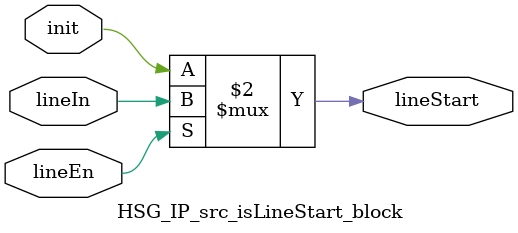
<source format=v>



`timescale 1 ns / 1 ns

module HSG_IP_src_isLineStart_block
          (lineEn,
           lineIn,
           init,
           lineStart);


  input   lineEn;
  input   lineIn;
  input   init;
  output  lineStart;



  assign lineStart = (lineEn == 1'b0 ? init :
              lineIn);



endmodule  // HSG_IP_src_isLineStart_block


</source>
